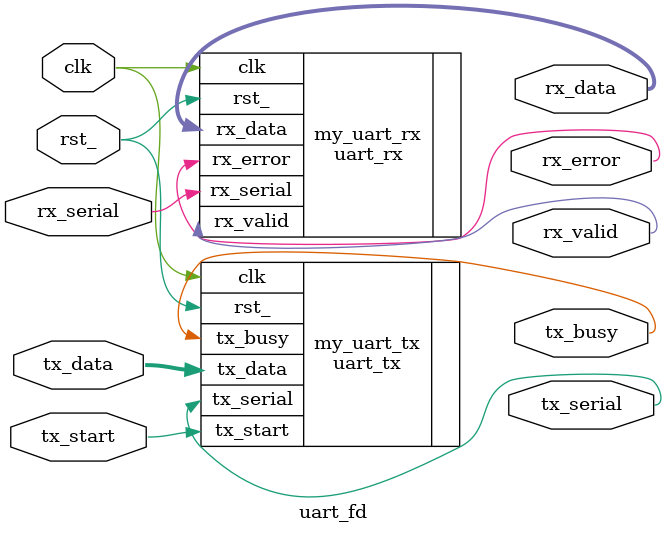
<source format=sv>
module uart_fd #(
parameter	CLK_FREQ = 50_000_000,
parameter	BAUD_RATE = 115200
)(
input	logic			clk,
input	logic			rst_,
input	logic			tx_start,
input	logic	[7:0]	tx_data,
input	logic			rx_serial,
output	logic			tx_serial,
output	logic	[7:0]	rx_data,
output	logic			rx_valid,
output	logic			rx_error,
output	logic			tx_busy
);

	uart_rx #(CLK_FREQ, BAUD_RATE) my_uart_rx(.clk, .rst_, .rx_serial, .rx_data, .rx_valid, .rx_error);
	
	uart_tx #(CLK_FREQ, BAUD_RATE) my_uart_tx(.clk, .rst_,  .tx_start, .tx_data, .tx_serial, .tx_busy);

endmodule 
</source>
